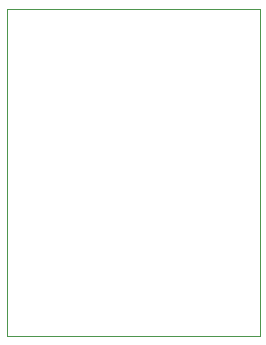
<source format=gbr>
%TF.GenerationSoftware,KiCad,Pcbnew,8.0.1*%
%TF.CreationDate,2025-01-22T19:50:13-07:00*%
%TF.ProjectId,ColorSensing,436f6c6f-7253-4656-9e73-696e672e6b69,rev?*%
%TF.SameCoordinates,Original*%
%TF.FileFunction,Profile,NP*%
%FSLAX46Y46*%
G04 Gerber Fmt 4.6, Leading zero omitted, Abs format (unit mm)*
G04 Created by KiCad (PCBNEW 8.0.1) date 2025-01-22 19:50:13*
%MOMM*%
%LPD*%
G01*
G04 APERTURE LIST*
%TA.AperFunction,Profile*%
%ADD10C,0.050000*%
%TD*%
G04 APERTURE END LIST*
D10*
X116190000Y-67990000D02*
X137620000Y-67990000D01*
X137620000Y-95740000D01*
X116190000Y-95740000D01*
X116190000Y-67990000D01*
M02*

</source>
